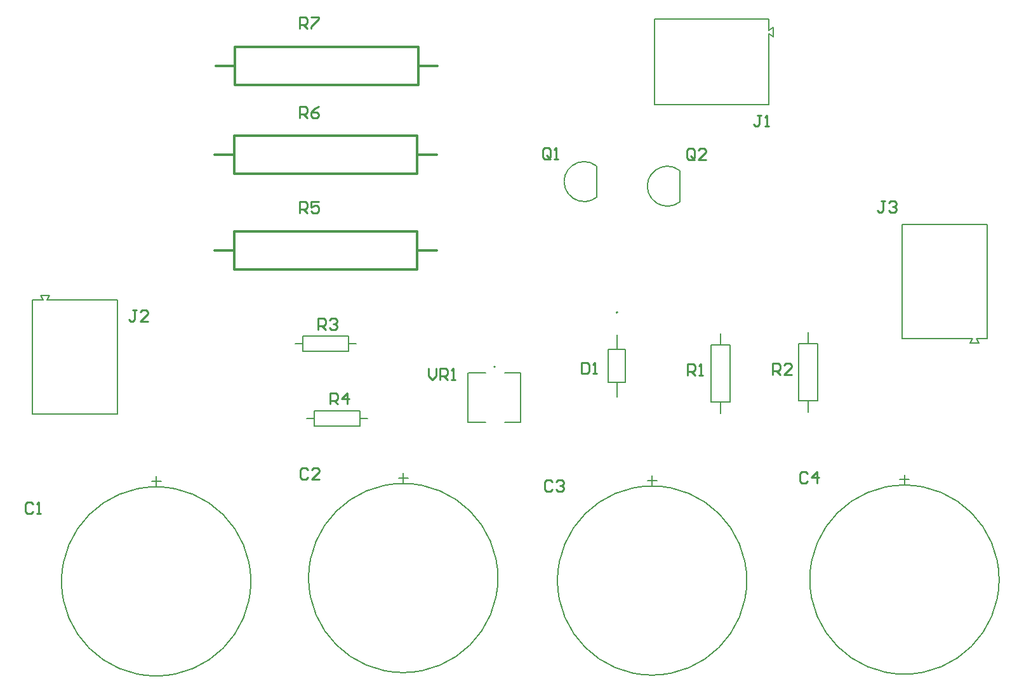
<source format=gto>
G04*
G04 #@! TF.GenerationSoftware,Altium Limited,Altium Designer,22.3.1 (43)*
G04*
G04 Layer_Color=65535*
%FSLAX25Y25*%
%MOIN*%
G70*
G04*
G04 #@! TF.SameCoordinates,EC9277C9-050F-4012-A3D3-CC2B3E04D0D2*
G04*
G04*
G04 #@! TF.FilePolarity,Positive*
G04*
G01*
G75*
%ADD10C,0.00787*%
%ADD11C,0.00600*%
%ADD12C,0.00500*%
%ADD13C,0.01181*%
%ADD14C,0.01000*%
D10*
X277694Y197400D02*
G03*
X277694Y197400I-394J0D01*
G01*
X341894Y226051D02*
G03*
X341894Y226051I-394J0D01*
G01*
X79343Y172500D02*
Y232500D01*
X34657Y172500D02*
X79343D01*
X34657D02*
Y232500D01*
X40366D01*
X38988Y234862D02*
X43713D01*
X38988D02*
X40372Y232504D01*
X42329D02*
X43713Y234862D01*
X42332Y232500D02*
X79343D01*
X182700Y166300D02*
Y174300D01*
X206700D01*
Y166300D02*
Y174300D01*
X182700Y166300D02*
X206700D01*
X178700Y170300D02*
X182700D01*
X206700D02*
X210700D01*
X395800Y209000D02*
Y215000D01*
Y173000D02*
Y179000D01*
X390800Y209000D02*
X400800D01*
Y179000D02*
Y209000D01*
X390800Y179000D02*
X400800D01*
X390800D02*
Y209000D01*
X442100Y209500D02*
Y215500D01*
Y173500D02*
Y179500D01*
X437100Y209500D02*
X447100D01*
Y179500D02*
Y209500D01*
X437100Y179500D02*
X447100D01*
X437100D02*
Y209500D01*
X491168Y212200D02*
Y272200D01*
X535853D01*
Y212200D02*
Y272200D01*
X530145Y212200D02*
X535853D01*
X526798Y209838D02*
X531523D01*
X530139Y212196D02*
X531523Y209838D01*
X526798D02*
X528182Y212196D01*
X491168Y212200D02*
X528179D01*
X361200Y335457D02*
X421200D01*
X361200D02*
Y380142D01*
X421200D01*
Y374434D02*
Y380142D01*
X423562Y371087D02*
Y375812D01*
X421204Y374428D02*
X423562Y375812D01*
X421204Y372471D02*
X423562Y371087D01*
X421200Y335457D02*
Y372468D01*
X200600Y205600D02*
Y213600D01*
X176600Y205600D02*
X200600D01*
X176600D02*
Y213600D01*
X200600D01*
Y209600D02*
X204600D01*
X172600D02*
X176600D01*
D11*
X279031Y86417D02*
G03*
X279031Y86417I-49700J0D01*
G01*
X149306Y84646D02*
G03*
X149306Y84646I-49700J0D01*
G01*
X542200Y85585D02*
G03*
X542200Y85585I-49700J0D01*
G01*
X409700Y85085D02*
G03*
X409700Y85085I-49700J0D01*
G01*
X226831Y139117D02*
X231831D01*
X229331Y136617D02*
Y141617D01*
X97106Y137346D02*
X102106D01*
X99606Y134846D02*
Y139846D01*
X490000Y138285D02*
X495000D01*
X492500Y135785D02*
Y140785D01*
X357500Y137785D02*
X362500D01*
X360000Y135285D02*
Y140285D01*
D12*
X330764Y303074D02*
G03*
X314488Y291062I-6464J-8274D01*
G01*
X325215Y284340D02*
G03*
X330765Y286526I-915J10460D01*
G01*
X314259Y291730D02*
G03*
X325215Y284340I10041J3070D01*
G01*
X374464Y300674D02*
G03*
X358188Y288662I-6464J-8274D01*
G01*
X368915Y281940D02*
G03*
X374465Y284126I-915J10460D01*
G01*
X357959Y289330D02*
G03*
X368915Y281940I10041J3070D01*
G01*
X263402Y168408D02*
Y194392D01*
X263442Y168408D02*
X272438D01*
X282438D02*
X290961D01*
Y194392D01*
X282438D02*
X290961D01*
X263442D02*
X272438D01*
X341500Y206563D02*
Y214358D01*
Y181642D02*
Y189437D01*
Y206563D02*
X346028D01*
X336972D02*
X341500D01*
X336972Y189437D02*
Y206563D01*
Y189437D02*
X341500D01*
X346028D01*
Y206563D01*
X330800Y286554D02*
Y303046D01*
X374500Y284154D02*
Y300646D01*
D13*
X236738Y298900D02*
Y308900D01*
X140478Y298900D02*
X236738D01*
X140478D02*
Y318900D01*
X236738D01*
Y308900D02*
Y318900D01*
X130340Y308900D02*
X140478D01*
X236738D02*
X246876D01*
X236738Y298900D02*
Y308900D01*
X140478Y298900D02*
X236738D01*
X140478D02*
Y318900D01*
X236738D01*
Y308900D02*
Y318900D01*
X130340Y308900D02*
X140478D01*
X236738D02*
X246876D01*
X237222Y345800D02*
Y355800D01*
X140962Y345800D02*
X237222D01*
X140962D02*
Y365800D01*
X237222D01*
Y355800D02*
Y365800D01*
X130824Y355800D02*
X140962D01*
X237222D02*
X247360D01*
X237222Y345800D02*
Y355800D01*
X140962Y345800D02*
X237222D01*
X140962D02*
Y365800D01*
X237222D01*
Y355800D02*
Y365800D01*
X130824Y355800D02*
X140962D01*
X237222D02*
X247360D01*
X236738Y248500D02*
Y258500D01*
X140478Y248500D02*
X236738D01*
X140478D02*
Y268500D01*
X236738D01*
Y258500D02*
Y268500D01*
X130340Y258500D02*
X140478D01*
X236738D02*
X246876D01*
X236738Y248500D02*
Y258500D01*
X140478Y248500D02*
X236738D01*
X140478D02*
Y268500D01*
X236738D01*
Y258500D02*
Y268500D01*
X130340Y258500D02*
X140478D01*
X236738D02*
X246876D01*
D14*
X323101Y199799D02*
Y193801D01*
X326100D01*
X327100Y194801D01*
Y198799D01*
X326100Y199799D01*
X323101D01*
X329099Y193801D02*
X331099D01*
X330099D01*
Y199799D01*
X329099Y198799D01*
X382300Y307301D02*
Y311299D01*
X381301Y312299D01*
X379301D01*
X378302Y311299D01*
Y307301D01*
X379301Y306301D01*
X381301D01*
X380301Y308300D02*
X382300Y306301D01*
X381301D02*
X382300Y307301D01*
X388298Y306301D02*
X384300D01*
X388298Y310300D01*
Y311299D01*
X387299Y312299D01*
X385299D01*
X384300Y311299D01*
X306700Y307601D02*
Y311599D01*
X305700Y312599D01*
X303701D01*
X302701Y311599D01*
Y307601D01*
X303701Y306601D01*
X305700D01*
X304701Y308600D02*
X306700Y306601D01*
X305700D02*
X306700Y307601D01*
X308699Y306601D02*
X310699D01*
X309699D01*
Y312599D01*
X308699Y311599D01*
X242502Y196599D02*
Y192600D01*
X244502Y190601D01*
X246501Y192600D01*
Y196599D01*
X248500Y190601D02*
Y196599D01*
X251499D01*
X252499Y195599D01*
Y193600D01*
X251499Y192600D01*
X248500D01*
X250500D02*
X252499Y190601D01*
X254498D02*
X256498D01*
X255498D01*
Y196599D01*
X254498Y195599D01*
X175102Y375201D02*
Y381199D01*
X178101D01*
X179100Y380199D01*
Y378200D01*
X178101Y377200D01*
X175102D01*
X177101D02*
X179100Y375201D01*
X181100Y381199D02*
X185098D01*
Y380199D01*
X181100Y376201D01*
Y375201D01*
X174902Y328201D02*
Y334199D01*
X177901D01*
X178900Y333199D01*
Y331200D01*
X177901Y330200D01*
X174902D01*
X176901D02*
X178900Y328201D01*
X184898Y334199D02*
X182899Y333199D01*
X180900Y331200D01*
Y329201D01*
X181899Y328201D01*
X183899D01*
X184898Y329201D01*
Y330200D01*
X183899Y331200D01*
X180900D01*
X174902Y278301D02*
Y284299D01*
X177901D01*
X178900Y283299D01*
Y281300D01*
X177901Y280300D01*
X174902D01*
X176901D02*
X178900Y278301D01*
X184898Y284299D02*
X180900D01*
Y281300D01*
X182899Y282300D01*
X183899D01*
X184898Y281300D01*
Y279301D01*
X183899Y278301D01*
X181899D01*
X180900Y279301D01*
X190902Y177801D02*
Y183799D01*
X193901D01*
X194900Y182799D01*
Y180800D01*
X193901Y179800D01*
X190902D01*
X192901D02*
X194900Y177801D01*
X199899D02*
Y183799D01*
X196900Y180800D01*
X200898D01*
X184502Y216901D02*
Y222899D01*
X187501D01*
X188500Y221899D01*
Y219900D01*
X187501Y218900D01*
X184502D01*
X186501D02*
X188500Y216901D01*
X190500Y221899D02*
X191499Y222899D01*
X193499D01*
X194498Y221899D01*
Y220900D01*
X193499Y219900D01*
X192499D01*
X193499D01*
X194498Y218900D01*
Y217901D01*
X193499Y216901D01*
X191499D01*
X190500Y217901D01*
X423402Y193401D02*
Y199399D01*
X426401D01*
X427400Y198399D01*
Y196400D01*
X426401Y195400D01*
X423402D01*
X425401D02*
X427400Y193401D01*
X433398D02*
X429400D01*
X433398Y197400D01*
Y198399D01*
X432399Y199399D01*
X430399D01*
X429400Y198399D01*
X378701Y193001D02*
Y198999D01*
X381700D01*
X382700Y197999D01*
Y196000D01*
X381700Y195000D01*
X378701D01*
X380701D02*
X382700Y193001D01*
X384699D02*
X386699D01*
X385699D01*
Y198999D01*
X384699Y197999D01*
X482200Y284599D02*
X480201D01*
X481201D01*
Y279601D01*
X480201Y278601D01*
X479201D01*
X478202Y279601D01*
X484200Y283599D02*
X485199Y284599D01*
X487199D01*
X488198Y283599D01*
Y282600D01*
X487199Y281600D01*
X486199D01*
X487199D01*
X488198Y280600D01*
Y279601D01*
X487199Y278601D01*
X485199D01*
X484200Y279601D01*
X89400Y227399D02*
X87401D01*
X88401D01*
Y222401D01*
X87401Y221401D01*
X86401D01*
X85402Y222401D01*
X95398Y221401D02*
X91400D01*
X95398Y225400D01*
Y226399D01*
X94399Y227399D01*
X92399D01*
X91400Y226399D01*
X417300Y329799D02*
X415301D01*
X416300D01*
Y324801D01*
X415301Y323801D01*
X414301D01*
X413301Y324801D01*
X419299Y323801D02*
X421299D01*
X420299D01*
Y329799D01*
X419299Y328799D01*
X441500Y141299D02*
X440501Y142299D01*
X438501D01*
X437502Y141299D01*
Y137301D01*
X438501Y136301D01*
X440501D01*
X441500Y137301D01*
X446499Y136301D02*
Y142299D01*
X443500Y139300D01*
X447498D01*
X307600Y136899D02*
X306601Y137899D01*
X304601D01*
X303602Y136899D01*
Y132901D01*
X304601Y131901D01*
X306601D01*
X307600Y132901D01*
X309600Y136899D02*
X310599Y137899D01*
X312599D01*
X313598Y136899D01*
Y135900D01*
X312599Y134900D01*
X311599D01*
X312599D01*
X313598Y133900D01*
Y132901D01*
X312599Y131901D01*
X310599D01*
X309600Y132901D01*
X179231Y143432D02*
X178231Y144431D01*
X176232D01*
X175232Y143432D01*
Y139433D01*
X176232Y138433D01*
X178231D01*
X179231Y139433D01*
X185229Y138433D02*
X181230D01*
X185229Y142432D01*
Y143432D01*
X184229Y144431D01*
X182230D01*
X181230Y143432D01*
X34906Y125160D02*
X33907Y126160D01*
X31907D01*
X30908Y125160D01*
Y121161D01*
X31907Y120162D01*
X33907D01*
X34906Y121161D01*
X36906Y120162D02*
X38905D01*
X37905D01*
Y126160D01*
X36906Y125160D01*
M02*

</source>
